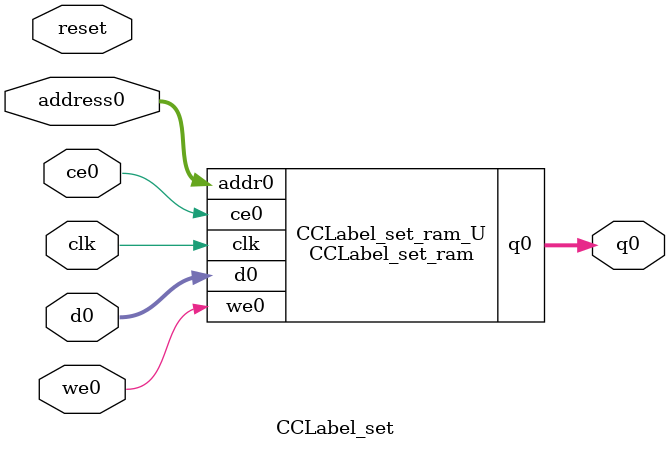
<source format=v>

`timescale 1 ns / 1 ps
module CCLabel_set_ram (addr0, ce0, d0, we0, q0,  clk);

parameter DWIDTH = 32;
parameter AWIDTH = 5;
parameter MEM_SIZE = 30;

input[AWIDTH-1:0] addr0;
input ce0;
input[DWIDTH-1:0] d0;
input we0;
output reg[DWIDTH-1:0] q0;
input clk;

(* ram_style = "distributed" *)reg [DWIDTH-1:0] ram[MEM_SIZE-1:0];




always @(posedge clk)  
begin 
    if (ce0) 
    begin
        if (we0) 
        begin 
            ram[addr0] <= d0; 
            q0 <= d0;
        end 
        else 
            q0 <= ram[addr0];
    end
end


endmodule


`timescale 1 ns / 1 ps
module CCLabel_set(
    reset,
    clk,
    address0,
    ce0,
    we0,
    d0,
    q0);

parameter DataWidth = 32'd32;
parameter AddressRange = 32'd30;
parameter AddressWidth = 32'd5;
input reset;
input clk;
input[AddressWidth - 1:0] address0;
input ce0;
input we0;
input[DataWidth - 1:0] d0;
output[DataWidth - 1:0] q0;



CCLabel_set_ram CCLabel_set_ram_U(
    .clk( clk ),
    .addr0( address0 ),
    .ce0( ce0 ),
    .d0( d0 ),
    .we0( we0 ),
    .q0( q0 ));

endmodule


</source>
